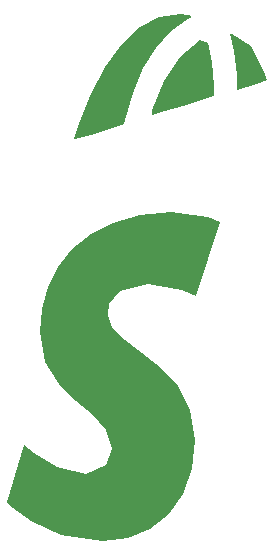
<source format=gto>
G04 #@! TF.GenerationSoftware,KiCad,Pcbnew,(5.0.0-3-g5ebb6b6)*
G04 #@! TF.CreationDate,2018-08-30T21:54:11-04:00*
G04 #@! TF.ProjectId,PCB,5043422E6B696361645F706362000000,rev?*
G04 #@! TF.SameCoordinates,Original*
G04 #@! TF.FileFunction,Legend,Top*
G04 #@! TF.FilePolarity,Positive*
%FSLAX46Y46*%
G04 Gerber Fmt 4.6, Leading zero omitted, Abs format (unit mm)*
G04 Created by KiCad (PCBNEW (5.0.0-3-g5ebb6b6)) date Thursday, August 30, 2018 at 09:54:11 PM*
%MOMM*%
%LPD*%
G01*
G04 APERTURE LIST*
%ADD10C,0.100000*%
G04 APERTURE END LIST*
D10*
G04 #@! TO.C,svg2mod*
G36*
X76155854Y-98092482D02*
X75943016Y-96070744D01*
X75594313Y-94621896D01*
X75805684Y-94581313D01*
X77350737Y-95658039D01*
X78580432Y-97961799D01*
X78760775Y-98495669D01*
X78281486Y-98664579D01*
X77013469Y-99064837D01*
X76224741Y-99317088D01*
X76155854Y-98092482D01*
X76155854Y-98092482D01*
G37*
G36*
X69011196Y-101065291D02*
X69988842Y-98600518D01*
X71374047Y-96562558D01*
X73038347Y-95140413D01*
X73750005Y-95328339D01*
X74115527Y-97005760D01*
X74251086Y-98981392D01*
X74258359Y-99875094D01*
X71644052Y-100678985D01*
X69777680Y-101247263D01*
X68961601Y-101484680D01*
X69011198Y-101065291D01*
X69011196Y-101065291D01*
X69011196Y-101065291D01*
G37*
G36*
X62436211Y-103476264D02*
X62910584Y-101998227D01*
X63745470Y-99885216D01*
X65025361Y-97428492D01*
X66450855Y-95476206D01*
X67995517Y-94052719D01*
X69632910Y-93182394D01*
X71336598Y-92889595D01*
X72137205Y-93009154D01*
X72397977Y-93127437D01*
X72050061Y-93314285D01*
X70596421Y-94342252D01*
X69313537Y-95755341D01*
X68226064Y-97513686D01*
X67358657Y-99577423D01*
X66735972Y-101906685D01*
X66669040Y-102239742D01*
X65856791Y-102501287D01*
X63853102Y-103118763D01*
X62475038Y-103519835D01*
X62436212Y-103476266D01*
X62436211Y-103476264D01*
X62436211Y-103476264D01*
G37*
G36*
X74793578Y-110545109D02*
X72723223Y-116756172D01*
X71522859Y-116271621D01*
X68670615Y-115787070D01*
X66311488Y-116343406D01*
X65391331Y-117477288D01*
X65234708Y-118386025D01*
X65644644Y-119510265D01*
X66701846Y-120551286D01*
X68147408Y-121636228D01*
X69722424Y-122892233D01*
X71167986Y-124446444D01*
X72225188Y-126426001D01*
X72635123Y-128958046D01*
X72369599Y-131414450D01*
X71612182Y-133514783D01*
X70421606Y-135218665D01*
X68856605Y-136485716D01*
X66975910Y-137275559D01*
X64838257Y-137547813D01*
X61304614Y-137024718D01*
X58770358Y-135873910D01*
X57243747Y-134723101D01*
X56733041Y-134200006D01*
X58186694Y-129442597D01*
X59005699Y-130070719D01*
X60979796Y-131237230D01*
X63384605Y-131865352D01*
X65064014Y-131138525D01*
X65587109Y-129750948D01*
X65136819Y-128150869D01*
X64011095Y-126876271D01*
X62547653Y-125665302D01*
X61084211Y-124256107D01*
X59958486Y-122386833D01*
X59508197Y-119795628D01*
X59679837Y-117895107D01*
X60195791Y-116063759D01*
X61057607Y-114358367D01*
X62266834Y-112835714D01*
X63825019Y-111552583D01*
X65733713Y-110565758D01*
X67994464Y-109932022D01*
X70608819Y-109708158D01*
X73741882Y-110126634D01*
X74793578Y-110545109D01*
X74793578Y-110545109D01*
G37*
G04 #@! TD*
M02*

</source>
